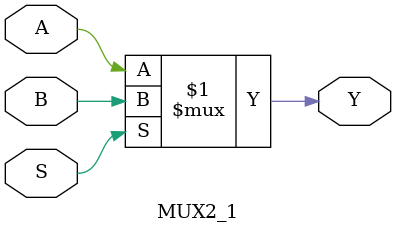
<source format=v>

module DLY1 (
 A,
 Y
);

input  A;
output Y;

`ifdef RTL_SIM

  assign #0.03 Y = A;

`else

`ifdef USE_POWER_PINS

   supply1 VPWR;
   supply0 VGND;
   supply1 VPB;
   supply0 VNB;

   (* keep *) sky130_fd_sc_hd__clkdlybuf4s15_2 bufp ( .X(Y),
                                                      .A(A),
                                                      .VPWR(VPWR),
                                                      .VGND(VGND),
                                                      .VPB(VPB),
                                                      .VNB(VNB)   );

`else

   (* keep *) sky130_fd_sc_hd__clkdlybuf4s15_2 buf0 (.A( A ), .X( Y ));

`endif // USE_POWER_PINS


`endif // RTL_SIM 


endmodule
// Generic Standard Cell verilog model
//
//
//`timescale 1ns / 1ps

module DLY2 (
 A,
 Y
);

input  A;
output Y;

`ifdef RTL_SIM

  assign #0.04 Y = A;

`else

// (* blackbox * ) sky130_fd_sc_hd__clkdlybuf4s18_2 buf0 (.A( A ), .X( Y ));
//                 sky130_fd_sc_hd__clkdlybuf4s18_2 buf0 (.A( A ), .X( Y ));

`ifdef USE_POWER_PINS

   supply1 VPWR;
   supply0 VGND;
   supply1 VPB;
   supply0 VNB;

   (* keep *) sky130_fd_sc_hd__clkdlybuf4s18_2 bufx ( .X(Y),
                                                      .A(A),
                                                      .VPWR(VPWR),
                                                      .VGND(VGND),
                                                      .VPB(VPB),
                                                      .VNB(VNB)   );
`else

   (* keep *) sky130_fd_sc_hd__clkdlybuf4s18_2 buf0 (.A( A ), .X( Y ));

`endif // USE_POWER_PINS

`endif // RTL_SIM

endmodule

// Generic Standard Cell verilog model
//
//
//`timescale 1ns / 1ps

module DLY3 (
 A,
 Y
);

input  A;
output Y;

`ifdef RTL_SIM

  assign #0.05 Y = A;

`else

// (* blackbox * ) sky130_fd_sc_hd__clkdlybuf4s18_1 buf0 (.A( A ), .X( Y ));
//                 sky130_fd_sc_hd__clkdlybuf4s18_1 buf0 (.A( A ), .X( Y ));

`ifdef USE_POWER_PINS

   supply1 VPWR;
   supply0 VGND;
   supply1 VPB;
   supply0 VNB;

   (* keep *) sky130_fd_sc_hd__clkdlybuf4s18_1 bufx ( .X(Y),
                                                      .A(A),
                                                      .VPWR(VPWR),
                                                      .VGND(VGND),
                                                      .VPB(VPB),
                                                      .VNB(VNB)   );

`else

   (* keep *) sky130_fd_sc_hd__clkdlybuf4s18_1 buf0 (.A( A ), .X( Y ));

`endif // USE_POWER_PINS

`endif // RTL_SIM

endmodule
// Generic Standard Cell verilog model
//
//
//`timescale 1ns / 1ps

module DLY4 (
 A,
 Y
);

input  A;
output Y;

`ifdef RTL_SIM

  assign #0.06 Y = A;

`else

// (* blackbox * ) sky130_fd_sc_hd__clkdlybuf4s25_2 buf0 (.A( A ), .X( Y ));
//                 sky130_fd_sc_hd__clkdlybuf4s25_2 buf0 (.A( A ), .X( Y ));


`ifdef USE_POWER_PINS

   supply1 VPWR;
   supply0 VGND;
   supply1 VPB;
   supply0 VNB;

   (* keep *) sky130_fd_sc_hd__clkdlybuf4s25_2 bufx ( .X(Y),
                                                      .A(A),
                                                      .VPWR(VPWR),
                                                      .VGND(VGND),
                                                      .VPB(VPB),
                                                      .VNB(VNB)   );

`else

   (* keep *) sky130_fd_sc_hd__clkdlybuf4s25_2 buf0 (.A( A ), .X( Y ));

`endif // USE_POWER_PINS

`endif // RTL_SIM

endmodule
// Generic Standard Cell verilog model
//
//
//`timescale 1ns / 1ps

module DLY5 (
 A,
 Y
);

input  A;
output Y;

`ifdef RTL_SIM

  assign #0.07 Y = A;

`else

// (* blackbox * ) sky130_fd_sc_hd__clkdlybuf4s25_1 buf0 (.A( A ), .X( Y ));
//                 sky130_fd_sc_hd__clkdlybuf4s25_1 buf0 (.A( A ), .X( Y ));


`ifdef USE_POWER_PINS

   supply1 VPWR;
   supply0 VGND;
   supply1 VPB;
   supply0 VNB;

   (* keep *) sky130_fd_sc_hd__clkdlybuf4s25_1 bufx ( .X(Y),
                                                      .A(A),
                                                      .VPWR(VPWR),
                                                      .VGND(VGND),
                                                      .VPB(VPB),
                                                      .VNB(VNB)   );

`else

   (* keep *) sky130_fd_sc_hd__clkdlybuf4s25_1 buf0 (.A( A ), .X( Y ));

`endif // USE_POWER_PINS

`endif // RTL_SIM

endmodule
// Generic Standard Cell verilog model
//
//
//`timescale 1ns / 1ps

// (* keep *) module DLY7 (
module DLY7 (
 A,
 Y
);

input  A;
output Y;

`ifdef RTL_SIM

  assign #0.100 Y = A;

`else

// (* blackbox * ) sky130_fd_sc_hd__clkdlybuf4s50_2 buf0 (.A( A ), .X( Y ));
//                 sky130_fd_sc_hd__clkdlybuf4s50_2 buf0 (.A( A ), .X( Y ));


`ifdef USE_POWER_PINS

   supply1 VPWR;
   supply0 VGND;
   supply1 VPB;
   supply0 VNB;

   (* keep *) sky130_fd_sc_hd__clkdlybuf4s50_2 bufx ( .X(Y),
                                                      .A(A),
                                                      .VPWR(VPWR),
                                                      .VGND(VGND),
                                                      .VPB(VPB),
                                                      .VNB(VNB)   );
`else

   (* keep *) sky130_fd_sc_hd__clkdlybuf4s50_2 buf0 (.A( A ), .X( Y ));

`endif // USE_POWER_PINS

`endif // RTL_SIM

endmodule
// Generic Standard Cell verilog model
//
//
//`timescale 1ns / 1ps

module DLY9 (
 A,
 Y
);

input  A;
output Y;

`ifdef RTL_SIM

  assign #0.20 Y = A;

`else

// (* blackbox * ) sky130_fd_sc_hd__clkdlybuf4s50_1 buf0 (.A( A ), .X( Y ));
//                 sky130_fd_sc_hd__clkdlybuf4s50_1 buf0 (.A( A ), .X( Y ));


`ifdef USE_POWER_PINS

   supply1 VPWR;
   supply0 VGND;
   supply1 VPB;
   supply0 VNB;

   (* keep *) sky130_fd_sc_hd__clkdlybuf4s50_1 bufx ( .X(Y),
                                                      .A(A),
                                                      .VPWR(VPWR),
                                                      .VGND(VGND),
                                                      .VPB(VPB),
                                                      .VNB(VNB)   );
`else

   (* keep *) sky130_fd_sc_hd__clkdlybuf4s50_1 buf0 (.A( A ), .X( Y ));

`endif // USE_POWER_PINS

`endif // RTL_SIM

endmodule
// Generic Standard Cell verilog model
//
//
//`timescale 1ns / 1ps

module INV (
 A,
 Y
);

input  A;
output Y;

`ifdef RTL_SIM

  assign #0.030 Y = ~A;

`else

  assign        Y = ~A;

`endif // RTL_SIM

endmodule
// Generic Standard Cell verilog model
//
//
//`timescale 1ns / 1ps

module MUX2_1 (
 A,
 B,
 S,
 Y
);

input  A;
input  B;
input  S;
output Y;

`ifdef RTL_SIM

  assign #0.040 Y = S? B : A;

`else

  assign        Y = S? B : A;

`endif // RTL_SIM

endmodule

</source>
